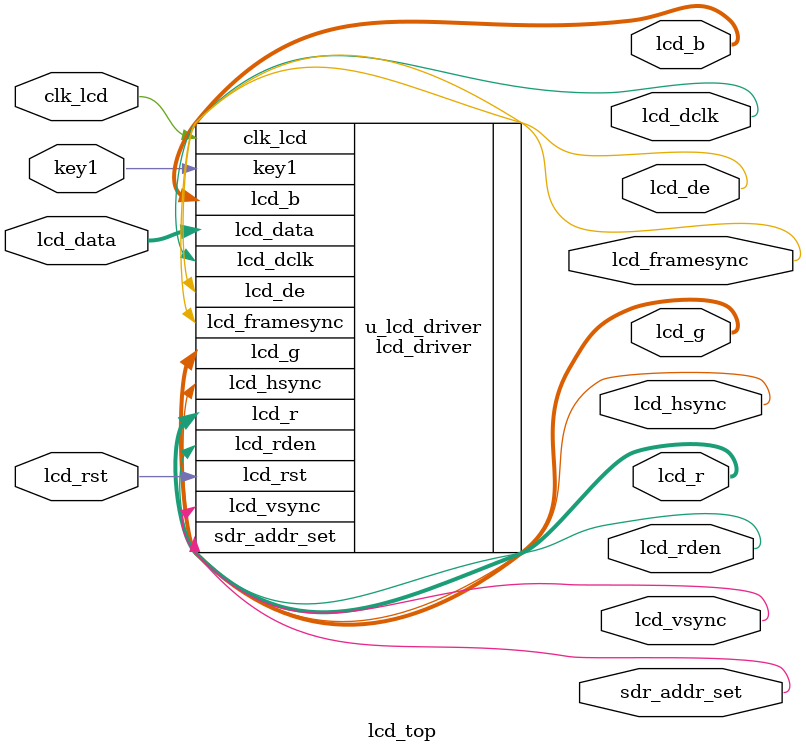
<source format=v>
/*-------------------------------------------------------------------------
Filename			:		lcd_top.v
==========================================================================*/
module lcd_top
(  	
	//global clock
	input			clk_lcd,			//system clock
	input			lcd_rst,     	//sync reset
	input       key1,          //key1
	
	//lcd interface
	output			lcd_dclk,   	//lcd pixel clock
	output			lcd_de,		   //lcd blank
	output			lcd_hsync,	  	//lcd horizontal sync
	output			lcd_vsync,	   //lcd vertical sync
	output	[7:0]	lcd_r,		   //lcd display data
	output	[7:0]	lcd_g,		   //lcd display data	
	output	[7:0]	lcd_b,		   //lcd display data
	
	//user interface
	output			   lcd_rden,	//lcd data request
	output            sdr_addr_set,
	output			   lcd_framesync,	//lcd frame sync
	input  	[95:0]	lcd_data	      //lcd data 96bit
);	  


//-------------------------------------
lcd_driver u_lcd_driver
(
	//global clock
	.clk_lcd			(clk_lcd),		
	.lcd_rst			(lcd_rst), 
	.key1		      (key1),	
	
	 //lcd interface
	.lcd_dclk		(lcd_dclk),
	.lcd_de		   (lcd_de),
	.lcd_hsync		(lcd_hsync),		    	
	.lcd_vsync		(lcd_vsync),
	.lcd_r			(lcd_r),	
	.lcd_g			(lcd_g),	
	.lcd_b			(lcd_b),		
	
	//user interface
	.lcd_rden   	(lcd_rden),
	.lcd_framesync	(lcd_framesync),
	.lcd_data	   (lcd_data),	
	.sdr_addr_set	(sdr_addr_set)	
	
	
);

endmodule



</source>
